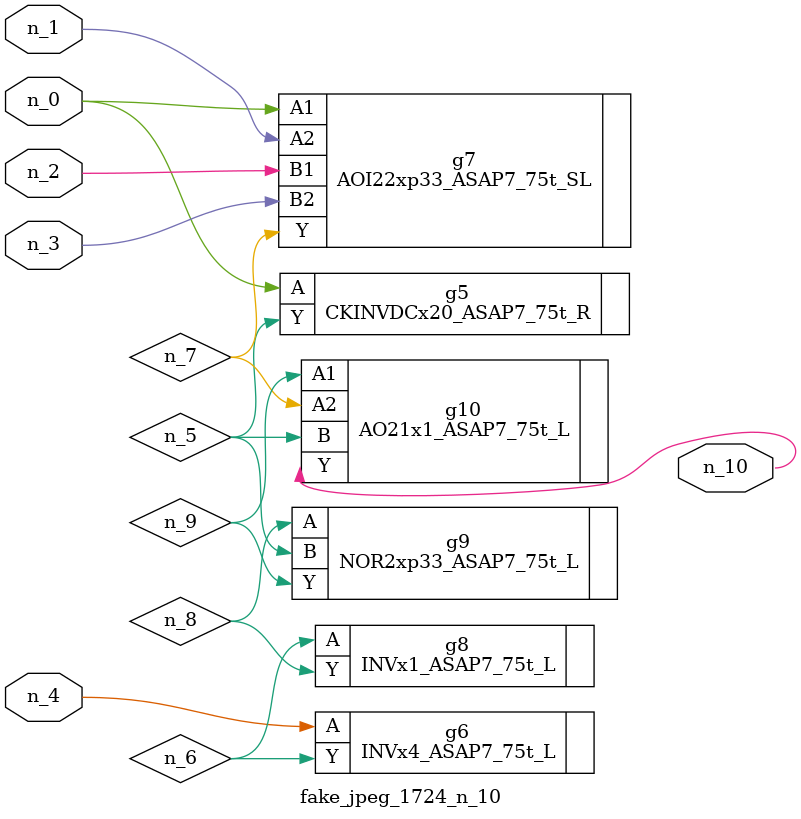
<source format=v>
module fake_jpeg_1724_n_10 (n_3, n_2, n_1, n_0, n_4, n_10);

input n_3;
input n_2;
input n_1;
input n_0;
input n_4;

output n_10;

wire n_8;
wire n_9;
wire n_6;
wire n_5;
wire n_7;

CKINVDCx20_ASAP7_75t_R g5 ( 
.A(n_0),
.Y(n_5)
);

INVx4_ASAP7_75t_L g6 ( 
.A(n_4),
.Y(n_6)
);

AOI22xp33_ASAP7_75t_SL g7 ( 
.A1(n_0),
.A2(n_1),
.B1(n_2),
.B2(n_3),
.Y(n_7)
);

INVx1_ASAP7_75t_L g8 ( 
.A(n_6),
.Y(n_8)
);

NOR2xp33_ASAP7_75t_L g9 ( 
.A(n_8),
.B(n_5),
.Y(n_9)
);

AO21x1_ASAP7_75t_L g10 ( 
.A1(n_9),
.A2(n_7),
.B(n_5),
.Y(n_10)
);


endmodule
</source>
